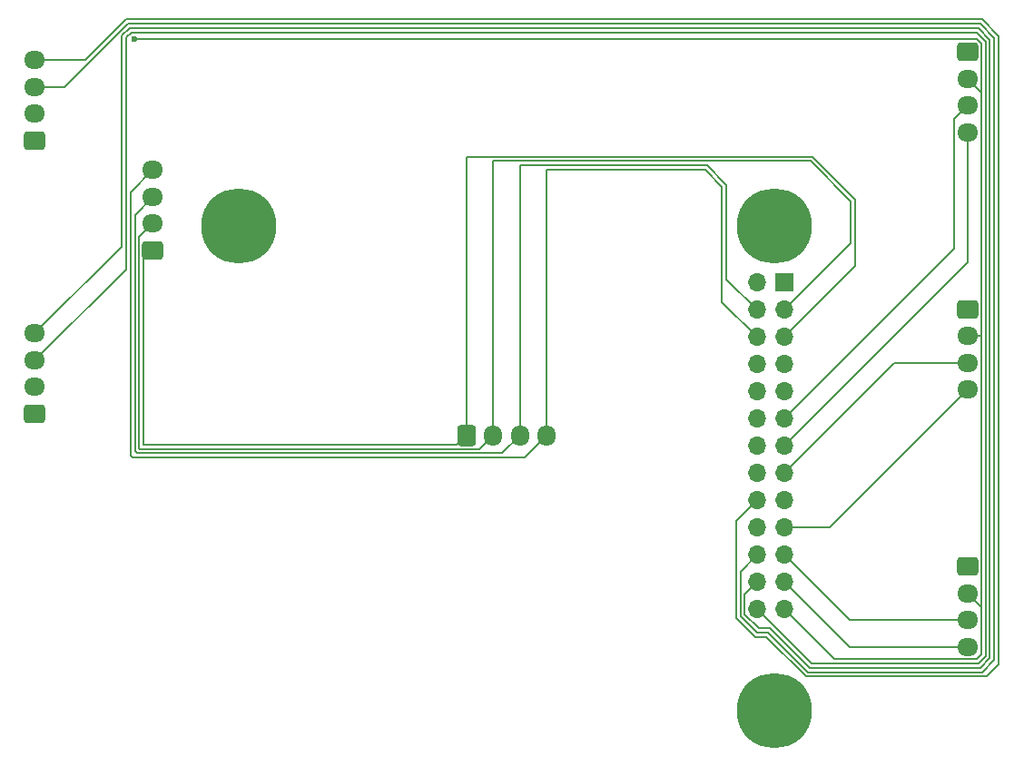
<source format=gtl>
%TF.GenerationSoftware,KiCad,Pcbnew,8.0.4-8.0.4-0~ubuntu22.04.1*%
%TF.CreationDate,2024-09-02T17:21:27-04:00*%
%TF.ProjectId,hivemind-pcb,68697665-6d69-46e6-942d-7063622e6b69,rev?*%
%TF.SameCoordinates,Original*%
%TF.FileFunction,Copper,L1,Top*%
%TF.FilePolarity,Positive*%
%FSLAX46Y46*%
G04 Gerber Fmt 4.6, Leading zero omitted, Abs format (unit mm)*
G04 Created by KiCad (PCBNEW 8.0.4-8.0.4-0~ubuntu22.04.1) date 2024-09-02 17:21:27*
%MOMM*%
%LPD*%
G01*
G04 APERTURE LIST*
G04 Aperture macros list*
%AMRoundRect*
0 Rectangle with rounded corners*
0 $1 Rounding radius*
0 $2 $3 $4 $5 $6 $7 $8 $9 X,Y pos of 4 corners*
0 Add a 4 corners polygon primitive as box body*
4,1,4,$2,$3,$4,$5,$6,$7,$8,$9,$2,$3,0*
0 Add four circle primitives for the rounded corners*
1,1,$1+$1,$2,$3*
1,1,$1+$1,$4,$5*
1,1,$1+$1,$6,$7*
1,1,$1+$1,$8,$9*
0 Add four rect primitives between the rounded corners*
20,1,$1+$1,$2,$3,$4,$5,0*
20,1,$1+$1,$4,$5,$6,$7,0*
20,1,$1+$1,$6,$7,$8,$9,0*
20,1,$1+$1,$8,$9,$2,$3,0*%
G04 Aperture macros list end*
%TA.AperFunction,ComponentPad*%
%ADD10C,7.000000*%
%TD*%
%TA.AperFunction,ComponentPad*%
%ADD11RoundRect,0.250000X-0.725000X0.600000X-0.725000X-0.600000X0.725000X-0.600000X0.725000X0.600000X0*%
%TD*%
%TA.AperFunction,ComponentPad*%
%ADD12O,1.950000X1.700000*%
%TD*%
%TA.AperFunction,ComponentPad*%
%ADD13RoundRect,0.250000X0.725000X-0.600000X0.725000X0.600000X-0.725000X0.600000X-0.725000X-0.600000X0*%
%TD*%
%TA.AperFunction,ComponentPad*%
%ADD14R,1.700000X1.700000*%
%TD*%
%TA.AperFunction,ComponentPad*%
%ADD15O,1.700000X1.700000*%
%TD*%
%TA.AperFunction,ComponentPad*%
%ADD16RoundRect,0.250000X-0.600000X-0.725000X0.600000X-0.725000X0.600000X0.725000X-0.600000X0.725000X0*%
%TD*%
%TA.AperFunction,ComponentPad*%
%ADD17O,1.700000X1.950000*%
%TD*%
%TA.AperFunction,ViaPad*%
%ADD18C,0.600000*%
%TD*%
%TA.AperFunction,Conductor*%
%ADD19C,0.200000*%
%TD*%
G04 APERTURE END LIST*
D10*
%TO.P,REF\u002A\u002A,1*%
%TO.N,N/C*%
X228500000Y-109150000D03*
%TD*%
%TO.P,REF\u002A\u002A,1*%
%TO.N,N/C*%
X228500000Y-64000000D03*
%TD*%
%TO.P,REF\u002A\u002A,1*%
%TO.N,N/C*%
X178500000Y-64000000D03*
%TD*%
D11*
%TO.P,Skulls,1,Pin_1*%
%TO.N,Net-(AB1-Pin_1)*%
X246500000Y-71750000D03*
D12*
%TO.P,Skulls,2,Pin_2*%
%TO.N,Net-(AB1-Pin_2)*%
X246500000Y-74250000D03*
%TO.P,Skulls,3,Pin_3*%
%TO.N,Net-(OPiZero3-PC8)*%
X246500000Y-76750000D03*
%TO.P,Skulls,4,Pin_4*%
%TO.N,Net-(OPiZero3-Pin_19)*%
X246500000Y-79250000D03*
%TD*%
D11*
%TO.P,Queen,1,Pin_1*%
%TO.N,Net-(AB1-Pin_1)*%
X246500000Y-47750000D03*
D12*
%TO.P,Queen,2,Pin_2*%
%TO.N,Net-(AB1-Pin_2)*%
X246500000Y-50250000D03*
%TO.P,Queen,3,Pin_3*%
%TO.N,Net-(OPiZero3-PC6)*%
X246500000Y-52750000D03*
%TO.P,Queen,4,Pin_4*%
%TO.N,Net-(OPiZero3-PC5)*%
X246500000Y-55250000D03*
%TD*%
%TO.P,LCD,4,GND*%
%TO.N,Net-(LCD1-GND)*%
X170500000Y-58750000D03*
%TO.P,LCD,3,VCC*%
%TO.N,Net-(LCD1-VCC)*%
X170500000Y-61250000D03*
%TO.P,LCD,2,SDA*%
%TO.N,Net-(LCD1-SDA)*%
X170500000Y-63750000D03*
D13*
%TO.P,LCD,1,SCK*%
%TO.N,Net-(LCD1-SCK)*%
X170500000Y-66250000D03*
%TD*%
D11*
%TO.P,Checkers,1,Pin_1*%
%TO.N,Net-(AB1-Pin_1)*%
X246500000Y-95750000D03*
D12*
%TO.P,Checkers,2,Pin_2*%
%TO.N,Net-(AB1-Pin_2)*%
X246500000Y-98250000D03*
%TO.P,Checkers,3,Pin_3*%
%TO.N,Net-(CX1-Pin_3)*%
X246500000Y-100750000D03*
%TO.P,Checkers,4,Pin_4*%
%TO.N,Net-(CX1-Pin_4)*%
X246500000Y-103250000D03*
%TD*%
D13*
%TO.P,Abs,1,Pin_1*%
%TO.N,Net-(AB1-Pin_1)*%
X159500000Y-56000000D03*
D12*
%TO.P,Abs,2,Pin_2*%
%TO.N,Net-(AB1-Pin_2)*%
X159500000Y-53500000D03*
%TO.P,Abs,3,Pin_3*%
%TO.N,Net-(AB1-Pin_3)*%
X159500000Y-51000000D03*
%TO.P,Abs,4,Pin_4*%
%TO.N,Net-(AB1-Pin_4)*%
X159500000Y-48500000D03*
%TD*%
%TO.P,Stripes,4,Pin_4*%
%TO.N,Net-(OPiZero3-Pin_24)*%
X159500000Y-74000000D03*
%TO.P,Stripes,3,Pin_3*%
%TO.N,Net-(OPiZero3-Pin_26)*%
X159500000Y-76500000D03*
%TO.P,Stripes,2,Pin_2*%
%TO.N,Net-(AB1-Pin_2)*%
X159500000Y-79000000D03*
D13*
%TO.P,Stripes,1,Pin_1*%
%TO.N,Net-(AB1-Pin_1)*%
X159500000Y-81500000D03*
%TD*%
D14*
%TO.P,OrangePi Header,1,3.3V*%
%TO.N,Net-(AB1-Pin_1)*%
X229400000Y-69250000D03*
D15*
%TO.P,OrangePi Header,2,Pin_2*%
%TO.N,unconnected-(OPiZero3-Pin_2-Pad2)*%
X226860000Y-69250000D03*
%TO.P,OrangePi Header,3,SDA*%
%TO.N,Net-(LCD1-SDA)*%
X229400000Y-71790000D03*
%TO.P,OrangePi Header,4,Pin_4*%
%TO.N,Net-(LCD1-VCC)*%
X226860000Y-71790000D03*
%TO.P,OrangePi Header,5,SCK*%
%TO.N,Net-(LCD1-SCK)*%
X229400000Y-74330000D03*
%TO.P,OrangePi Header,6,Pin_6*%
%TO.N,Net-(LCD1-GND)*%
X226860000Y-74330000D03*
%TO.P,OrangePi Header,7,PC9*%
%TO.N,unconnected-(OPiZero3-PC9-Pad7)*%
X229400000Y-76870000D03*
%TO.P,OrangePi Header,8,Pin_8*%
%TO.N,unconnected-(OPiZero3-Pin_8-Pad8)*%
X226860000Y-76870000D03*
%TO.P,OrangePi Header,9,GND*%
%TO.N,unconnected-(OPiZero3-GND-Pad9)*%
X229400000Y-79410000D03*
%TO.P,OrangePi Header,10,Pin_10*%
%TO.N,unconnected-(OPiZero3-Pin_10-Pad10)*%
X226860000Y-79410000D03*
%TO.P,OrangePi Header,11,PC6*%
%TO.N,Net-(OPiZero3-PC6)*%
X229400000Y-81950000D03*
%TO.P,OrangePi Header,12,Pin_12*%
%TO.N,unconnected-(OPiZero3-Pin_12-Pad12)*%
X226860000Y-81950000D03*
%TO.P,OrangePi Header,13,PC5*%
%TO.N,Net-(OPiZero3-PC5)*%
X229400000Y-84490000D03*
%TO.P,OrangePi Header,14,Pin_14*%
%TO.N,unconnected-(OPiZero3-Pin_14-Pad14)*%
X226860000Y-84490000D03*
%TO.P,OrangePi Header,15,PC8*%
%TO.N,Net-(OPiZero3-PC8)*%
X229400000Y-87030000D03*
%TO.P,OrangePi Header,16,Pin_16*%
%TO.N,unconnected-(OPiZero3-Pin_16-Pad16)*%
X226860000Y-87030000D03*
%TO.P,OrangePi Header,17,Pin_17*%
%TO.N,unconnected-(OPiZero3-Pin_17-Pad17)*%
X229400000Y-89570000D03*
%TO.P,OrangePi Header,18,Pin_18*%
%TO.N,Net-(AB1-Pin_4)*%
X226860000Y-89570000D03*
%TO.P,OrangePi Header,19,Pin_19*%
%TO.N,Net-(OPiZero3-Pin_19)*%
X229400000Y-92110000D03*
%TO.P,OrangePi Header,20,Pin_20*%
%TO.N,unconnected-(OPiZero3-Pin_20-Pad20)*%
X226860000Y-92110000D03*
%TO.P,OrangePi Header,21,Pin_21*%
%TO.N,Net-(CX1-Pin_3)*%
X229400000Y-94650000D03*
%TO.P,OrangePi Header,22,Pin_22*%
%TO.N,Net-(AB1-Pin_3)*%
X226860000Y-94650000D03*
%TO.P,OrangePi Header,23,Pin_23*%
%TO.N,Net-(CX1-Pin_4)*%
X229400000Y-97190000D03*
%TO.P,OrangePi Header,24,Pin_24*%
%TO.N,Net-(OPiZero3-Pin_24)*%
X226860000Y-97190000D03*
%TO.P,OrangePi Header,25,Pin_25*%
%TO.N,Net-(AB1-Pin_2)*%
X229400000Y-99730000D03*
%TO.P,OrangePi Header,26,Pin_26*%
%TO.N,Net-(OPiZero3-Pin_26)*%
X226860000Y-99730000D03*
%TD*%
D16*
%TO.P,PN532,1,SCK*%
%TO.N,Net-(LCD1-SCK)*%
X199750000Y-83500000D03*
D17*
%TO.P,PN532,2,SDA*%
%TO.N,Net-(LCD1-SDA)*%
X202250000Y-83500000D03*
%TO.P,PN532,3,VCC*%
%TO.N,Net-(LCD1-VCC)*%
X204750000Y-83500000D03*
%TO.P,PN532,4,GND*%
%TO.N,Net-(LCD1-GND)*%
X207250000Y-83500000D03*
%TD*%
D18*
%TO.N,Net-(AB1-Pin_2)*%
X168750000Y-46500000D03*
%TD*%
D19*
%TO.N,Net-(LCD1-SCK)*%
X199750000Y-83500000D02*
X198875000Y-84375000D01*
X169625000Y-84375000D02*
X169625000Y-67125000D01*
X198875000Y-84375000D02*
X169625000Y-84375000D01*
X169625000Y-67125000D02*
X170500000Y-66250000D01*
%TO.N,Net-(LCD1-SDA)*%
X202250000Y-83500000D02*
X200975000Y-84775000D01*
X200975000Y-84775000D02*
X190750000Y-84775000D01*
%TO.N,Net-(LCD1-VCC)*%
X204750000Y-83500000D02*
X203075000Y-85175000D01*
X169000000Y-85175000D02*
X168825000Y-85000000D01*
X203075000Y-85175000D02*
X169000000Y-85175000D01*
X168825000Y-85000000D02*
X168825000Y-62925000D01*
X168825000Y-62925000D02*
X170500000Y-61250000D01*
%TO.N,Net-(LCD1-GND)*%
X170500000Y-58750000D02*
X168425000Y-60825000D01*
X168425000Y-60825000D02*
X168425000Y-85425000D01*
X168425000Y-85425000D02*
X168575000Y-85575000D01*
X168575000Y-85575000D02*
X205175000Y-85575000D01*
X205175000Y-85575000D02*
X207250000Y-83500000D01*
%TO.N,Net-(LCD1-SCK)*%
X199750000Y-57500000D02*
X232000000Y-57500000D01*
X199750000Y-83500000D02*
X199750000Y-57500000D01*
%TO.N,Net-(LCD1-SDA)*%
X202250000Y-57900000D02*
X231834314Y-57900000D01*
X202250000Y-83500000D02*
X202250000Y-57900000D01*
%TO.N,Net-(LCD1-VCC)*%
X204750000Y-58300000D02*
X222165686Y-58300000D01*
X204750000Y-83500000D02*
X204750000Y-58300000D01*
%TO.N,Net-(LCD1-GND)*%
X207250000Y-83500000D02*
X207250000Y-58700000D01*
X207250000Y-58700000D02*
X208000000Y-58700000D01*
X208000000Y-58700000D02*
X222000000Y-58700000D01*
X222000000Y-58700000D02*
X223600000Y-60300000D01*
X223600000Y-71070000D02*
X226860000Y-74330000D01*
X223600000Y-60300000D02*
X223600000Y-71070000D01*
%TO.N,Net-(LCD1-VCC)*%
X222165686Y-58300000D02*
X224000000Y-60134314D01*
X224000000Y-60134314D02*
X224000000Y-68930000D01*
X224000000Y-68930000D02*
X226860000Y-71790000D01*
%TO.N,Net-(LCD1-SDA)*%
X231834314Y-57900000D02*
X235600000Y-61665686D01*
X235600000Y-61665686D02*
X235600000Y-65590000D01*
X235600000Y-65590000D02*
X229400000Y-71790000D01*
%TO.N,Net-(LCD1-SCK)*%
X232000000Y-57500000D02*
X236000000Y-61500000D01*
X236000000Y-61500000D02*
X236000000Y-67730000D01*
X236000000Y-67730000D02*
X229400000Y-74330000D01*
%TO.N,Net-(LCD1-SDA)*%
X169275000Y-84775000D02*
X190750000Y-84775000D01*
%TO.N,Net-(AB1-Pin_4)*%
X159500000Y-48500000D02*
X164204413Y-48500000D01*
X248250000Y-106000000D02*
X231418628Y-106000000D01*
X164204413Y-48500000D02*
X168004413Y-44700000D01*
X224910000Y-100537718D02*
X224910000Y-91520000D01*
X168004413Y-44700000D02*
X247822487Y-44700000D01*
X247822487Y-44700000D02*
X249400000Y-46277513D01*
X249400000Y-46277513D02*
X249400000Y-104850000D01*
X249400000Y-104850000D02*
X248250000Y-106000000D01*
X224910000Y-91520000D02*
X226860000Y-89570000D01*
X231418628Y-106000000D02*
X227716801Y-102298173D01*
X227716801Y-102298173D02*
X226670455Y-102298173D01*
X226670455Y-102298173D02*
X224910000Y-100537718D01*
%TO.N,Net-(AB1-Pin_3)*%
X226860000Y-94650000D02*
X225310000Y-96200000D01*
X225310000Y-96200000D02*
X225310000Y-100372032D01*
X247656801Y-45100000D02*
X168170099Y-45100000D01*
X225310000Y-100372032D02*
X226836141Y-101898173D01*
X226836141Y-101898173D02*
X227882487Y-101898173D01*
X227882487Y-101898173D02*
X231584314Y-105600000D01*
X247847058Y-105600000D02*
X249000000Y-104447058D01*
X249000000Y-46443199D02*
X247656801Y-45100000D01*
X231584314Y-105600000D02*
X247847058Y-105600000D01*
X249000000Y-104447058D02*
X249000000Y-46443199D01*
X168170099Y-45100000D02*
X162270099Y-51000000D01*
X162270099Y-51000000D02*
X159500000Y-51000000D01*
%TO.N,Net-(OPiZero3-Pin_24)*%
X226860000Y-97190000D02*
X225710000Y-98340000D01*
X247681372Y-105200000D02*
X248575000Y-104306372D01*
X225710000Y-98340000D02*
X225710000Y-100206346D01*
X225710000Y-100206346D02*
X227001827Y-101498173D01*
X227001827Y-101498173D02*
X228048173Y-101498173D01*
X248575000Y-104306372D02*
X248575000Y-46583885D01*
X228048173Y-101498173D02*
X231750000Y-105200000D01*
X248575000Y-46583885D02*
X247491115Y-45500000D01*
X231750000Y-105200000D02*
X247681372Y-105200000D01*
X167600000Y-65900000D02*
X159500000Y-74000000D01*
X247491115Y-45500000D02*
X168335785Y-45500000D01*
X168335785Y-45500000D02*
X167600000Y-46235785D01*
X167600000Y-46235785D02*
X167600000Y-65900000D01*
%TO.N,Net-(AB1-Pin_2)*%
X247775000Y-99525000D02*
X247775000Y-74250000D01*
X247775000Y-74250000D02*
X247775000Y-51525000D01*
X246500000Y-74250000D02*
X247775000Y-74250000D01*
%TO.N,Net-(OPiZero3-PC6)*%
X244675000Y-66675000D02*
X245225000Y-66125000D01*
X229400000Y-81950000D02*
X244675000Y-66675000D01*
X245225000Y-66125000D02*
X245225000Y-54025000D01*
X245225000Y-54025000D02*
X246500000Y-52750000D01*
%TO.N,Net-(OPiZero3-Pin_26)*%
X226860000Y-99730000D02*
X231930000Y-104800000D01*
X248175000Y-46749571D02*
X247325429Y-45900000D01*
X168501471Y-45900000D02*
X168000000Y-46401471D01*
X231930000Y-104800000D02*
X247515686Y-104800000D01*
X168000000Y-46401471D02*
X168000000Y-68000000D01*
X247515686Y-104800000D02*
X248175000Y-104140686D01*
X248175000Y-104140686D02*
X248175000Y-46749571D01*
X247325429Y-45900000D02*
X168501471Y-45900000D01*
X168000000Y-68000000D02*
X159500000Y-76500000D01*
%TO.N,Net-(AB1-Pin_2)*%
X184250000Y-46500000D02*
X168750000Y-46500000D01*
%TO.N,Net-(LCD1-SDA)*%
X170500000Y-63750000D02*
X169225000Y-65025000D01*
X169225000Y-65025000D02*
X169225000Y-84725000D01*
X169225000Y-84725000D02*
X169275000Y-84775000D01*
%TO.N,Net-(AB1-Pin_2)*%
X247775000Y-51525000D02*
X246500000Y-50250000D01*
X229400000Y-99730000D02*
X234070000Y-104400000D01*
X234070000Y-104400000D02*
X247350000Y-104400000D01*
X247350000Y-104400000D02*
X247775000Y-103975000D01*
X247775000Y-103975000D02*
X247775000Y-99525000D01*
X247775000Y-99525000D02*
X246500000Y-98250000D01*
%TO.N,Net-(OPiZero3-Pin_24)*%
X226860000Y-97190000D02*
X226860000Y-96445786D01*
%TO.N,Net-(CX1-Pin_4)*%
X229400000Y-97190000D02*
X235460000Y-103250000D01*
X235460000Y-103250000D02*
X246500000Y-103250000D01*
%TO.N,Net-(CX1-Pin_3)*%
X229400000Y-94650000D02*
X235500000Y-100750000D01*
X235500000Y-100750000D02*
X246500000Y-100750000D01*
%TO.N,Net-(OPiZero3-PC5)*%
X229400000Y-84490000D02*
X246500000Y-67390000D01*
X246500000Y-67390000D02*
X246500000Y-55250000D01*
%TO.N,Net-(AB1-Pin_2)*%
X247775000Y-51525000D02*
X247775000Y-46915256D01*
X247775000Y-46915256D02*
X247359744Y-46500000D01*
X247359744Y-46500000D02*
X246500000Y-46500000D01*
X246500000Y-46500000D02*
X184500000Y-46500000D01*
X184500000Y-46500000D02*
X184250000Y-46500000D01*
%TO.N,Net-(OPiZero3-Pin_19)*%
X229400000Y-92110000D02*
X233640000Y-92110000D01*
X233640000Y-92110000D02*
X246500000Y-79250000D01*
%TO.N,Net-(OPiZero3-PC8)*%
X229400000Y-87030000D02*
X239680000Y-76750000D01*
X239680000Y-76750000D02*
X246500000Y-76750000D01*
%TD*%
M02*

</source>
